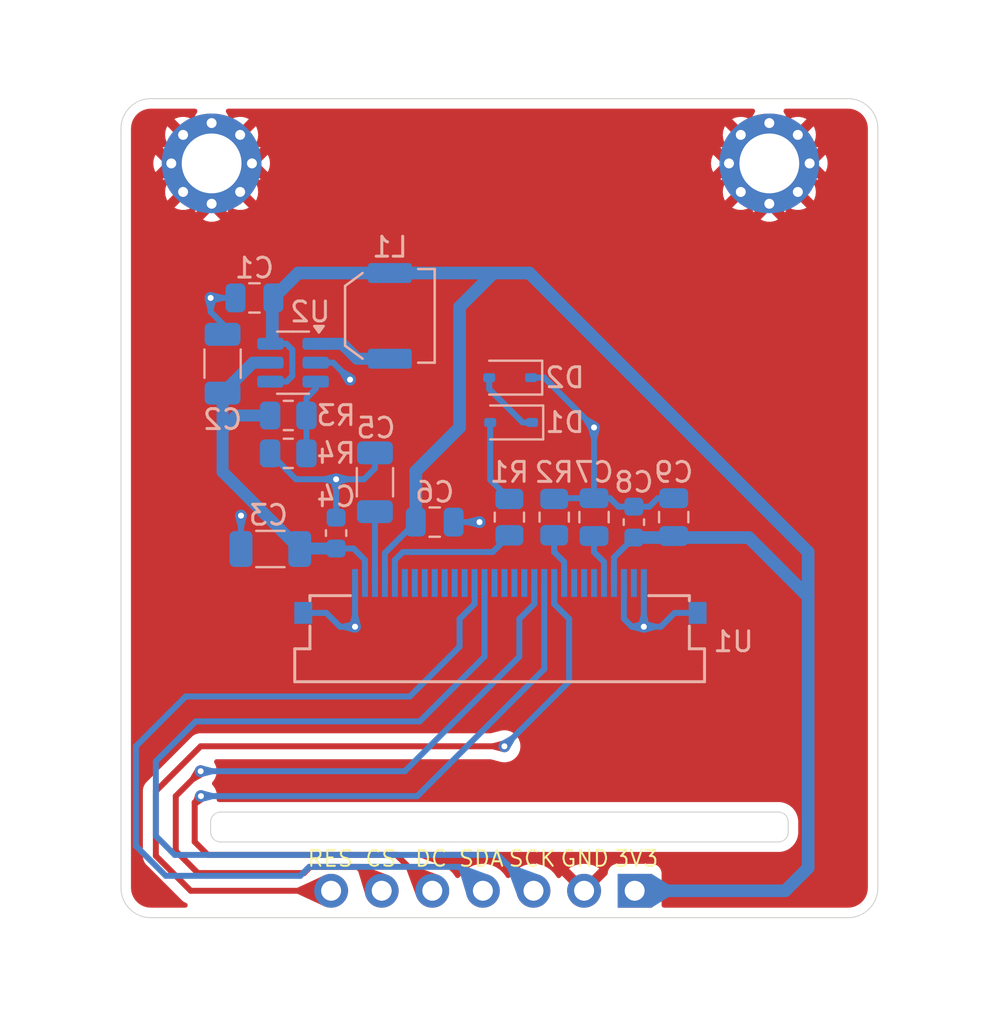
<source format=kicad_pcb>
(kicad_pcb (version 20240108) (generator "pcbnew") (generator_version "8.0")
  (layers (0 "F.Cu" signal) (31 "B.Cu" signal) (34 "B.Paste" user) (35 "F.Paste" user) (36 "B.SilkS" user "B.Silkscreen") (37 "F.SilkS" user "F.Silkscreen") (38 "B.Mask" user) (39 "F.Mask" user) (44 "Edge.Cuts" user))
  (net 0 "")
  (net 1 "/+13V")
  (net 2 "GND")
  (net 3 "Net-(U2-FB)")
  (net 4 "Net-(D1-A)")
  (net 5 "Net-(D1-K)")
  (net 6 "/CS#")
  (net 7 "/D1{slash}MOSI")
  (net 8 "/DO{slash}SCK")
  (net 9 "/RES#")
  (net 10 "/D{slash}C#")
  (net 11 "Net-(U1-VSL)")
  (net 12 "Net-(U1-IREF)")
  (net 28 "/+3V3")
  (net 29 "Net-(C5-P$1)")
  (net 30 "Net-(C7-P$1)")
  (net 31 "Net-(U2-SW)")
  (footprint "SSD1351:PinHeader_1x07_P2.54mm_Vertical" (layer "F.Cu") (at 128.29 75.75 -90)
    (property "Reference" "J1" (hide yes))
    (property "Value" "Conn_01x07" (hide yes))
    (pad "1" thru_hole rect (at 0 0 270) (size 1.7 1.7) (drill 1) (layers "*.Cu" "*.Mask") (net 28 "/+3V3"))
    (pad "2" thru_hole oval (at 0 2.54 270) (size 1.7 1.7) (drill 1) (layers "*.Cu" "*.Mask") (net 2 "GND"))
    (pad "3" thru_hole oval (at 0 5.08 270) (size 1.7 1.7) (drill 1) (layers "*.Cu" "*.Mask") (net 8 "/DO{slash}SCK"))
    (pad "4" thru_hole oval (at 0 7.62 270) (size 1.7 1.7) (drill 1) (layers "*.Cu" "*.Mask") (net 7 "/D1{slash}MOSI"))
    (pad "5" thru_hole oval (at 0 10.16 270) (size 1.7 1.7) (drill 1) (layers "*.Cu" "*.Mask") (net 10 "/D{slash}C#"))
    (pad "6" thru_hole oval (at 0 12.7 270) (size 1.7 1.7) (drill 1) (layers "*.Cu" "*.Mask") (net 6 "/CS#"))
    (pad "7" thru_hole oval (at 0 15.24 270) (size 1.7 1.7) (drill 1) (layers "*.Cu" "*.Mask") (net 9 "/RES#"))
  )
  (footprint "SSD1351:MountingHole_3mm_Pad_Via" (layer "F.Cu") (at 107.05 39.25)
    (property "Reference" "REF**" (hide yes))
    (property "Value" "MountingHole_3mm_Pad_Via")
    (pad "1" thru_hole circle (at -2.025 0) (size 0.8 0.8) (drill 0.5) (layers "*.Cu" "*.Mask") (net 2 "GND"))
    (pad "1" thru_hole circle (at -1.431891 -1.431891) (size 0.8 0.8) (drill 0.5) (layers "*.Cu" "*.Mask") (net 2 "GND"))
    (pad "1" thru_hole circle (at -1.431891 1.431891) (size 0.8 0.8) (drill 0.5) (layers "*.Cu" "*.Mask") (net 2 "GND"))
    (pad "1" thru_hole circle (at 0 -2.025) (size 0.8 0.8) (drill 0.5) (layers "*.Cu" "*.Mask") (net 2 "GND"))
    (pad "1" thru_hole circle (at 0 0) (size 5 5) (drill 3) (layers "*.Cu" "*.Mask") (net 2 "GND"))
    (pad "1" thru_hole circle (at 0 2.025) (size 0.8 0.8) (drill 0.5) (layers "*.Cu" "*.Mask") (net 2 "GND"))
    (pad "1" thru_hole circle (at 1.431891 -1.431891) (size 0.8 0.8) (drill 0.5) (layers "*.Cu" "*.Mask") (net 2 "GND"))
    (pad "1" thru_hole circle (at 1.431891 1.431891) (size 0.8 0.8) (drill 0.5) (layers "*.Cu" "*.Mask") (net 2 "GND"))
    (pad "1" thru_hole circle (at 2.025 0) (size 0.8 0.8) (drill 0.5) (layers "*.Cu" "*.Mask") (net 2 "GND"))
  )
  (footprint "SSD1351:MountingHole_3mm_Pad_Via" (layer "F.Cu") (at 135.05 39.25)
    (property "Reference" "REF**" (hide yes))
    (property "Value" "MountingHole_3mm_Pad_Via")
    (pad "1" thru_hole circle (at -2.025 0) (size 0.8 0.8) (drill 0.5) (layers "*.Cu" "*.Mask") (net 2 "GND"))
    (pad "1" thru_hole circle (at -1.431891 -1.431891) (size 0.8 0.8) (drill 0.5) (layers "*.Cu" "*.Mask") (net 2 "GND"))
    (pad "1" thru_hole circle (at -1.431891 1.431891) (size 0.8 0.8) (drill 0.5) (layers "*.Cu" "*.Mask") (net 2 "GND"))
    (pad "1" thru_hole circle (at 0 -2.025) (size 0.8 0.8) (drill 0.5) (layers "*.Cu" "*.Mask") (net 2 "GND"))
    (pad "1" thru_hole circle (at 0 0) (size 5 5) (drill 3) (layers "*.Cu" "*.Mask") (net 2 "GND"))
    (pad "1" thru_hole circle (at 0 2.025) (size 0.8 0.8) (drill 0.5) (layers "*.Cu" "*.Mask") (net 2 "GND"))
    (pad "1" thru_hole circle (at 1.431891 -1.431891) (size 0.8 0.8) (drill 0.5) (layers "*.Cu" "*.Mask") (net 2 "GND"))
    (pad "1" thru_hole circle (at 1.431891 1.431891) (size 0.8 0.8) (drill 0.5) (layers "*.Cu" "*.Mask") (net 2 "GND"))
    (pad "1" thru_hole circle (at 2.025 0) (size 0.8 0.8) (drill 0.5) (layers "*.Cu" "*.Mask") (net 2 "GND"))
  )
  (footprint "Capacitor_SMD:C_0603_1608Metric" (layer "B.Cu") (at 128.25 57.25 90)
    (property "Reference" "C8" (at 2 0 180) (layer "B.SilkS") (effects (justify mirror)))
    (property "Value" "0.1uF")
    (fp_line (start 0.14058 -0.51) (end -0.14058 -0.51) (stroke (width 0.12)) (layer "B.SilkS"))
    (fp_line (start 0.14058 0.51) (end -0.14058 0.51) (stroke (width 0.12)) (layer "B.SilkS"))
    (pad "1" smd roundrect (at -0.775 0 90) (size 0.9 0.95) (layers "B.Cu" "B.Paste" "B.Mask") (net 28 "/+3V3"))
    (pad "2" smd roundrect (at 0.775 0 90) (size 0.9 0.95) (layers "B.Cu" "B.Paste" "B.Mask") (net 2 "GND"))
  )
  (footprint "Package_TO_SOT_SMD:SOT-23-6" (layer "B.Cu") (at 111.1375 49.25 180)
    (property "Reference" "U2" (at -0.8625 2.55 0) (layer "B.SilkS") (effects (justify mirror)))
    (property "Value" "TLV61046ADBVT")
    (fp_line (start 0.8 1.56) (end 0 1.56) (stroke (width 0.12)) (layer "B.SilkS"))
    (fp_line (start 0.8 -1.56) (end 0 -1.56) (stroke (width 0.12)) (layer "B.SilkS"))
    (fp_line (start -0.8 1.56) (end 0 1.56) (stroke (width 0.12)) (layer "B.SilkS"))
    (fp_line (start -0.8 -1.56) (end 0 -1.56) (stroke (width 0.12)) (layer "B.SilkS"))
    (fp_poly (pts (xy -1.3 1.51) (xy -1.54 1.84) (xy -1.06 1.84) (xy -1.3 1.51)) (stroke (width 0.12)) (fill solid) (layer "B.SilkS"))
    (pad "1" smd roundrect (at -1.1375 0.95 180) (size 1.325 0.6) (layers "B.Cu" "B.Paste" "B.Mask") (net 31 "Net-(U2-SW)"))
    (pad "2" smd roundrect (at -1.1375 0 180) (size 1.325 0.6) (layers "B.Cu" "B.Paste" "B.Mask") (net 2 "GND"))
    (pad "3" smd roundrect (at -1.1375 -0.95 180) (size 1.325 0.6) (layers "B.Cu" "B.Paste" "B.Mask") (net 3 "Net-(U2-FB)"))
    (pad "4" smd roundrect (at 1.1375 -0.95 180) (size 1.325 0.6) (layers "B.Cu" "B.Paste" "B.Mask") (net 28 "/+3V3"))
    (pad "5" smd roundrect (at 1.1375 0 180) (size 1.325 0.6) (layers "B.Cu" "B.Paste" "B.Mask") (net 1 "/+13V"))
    (pad "6" smd roundrect (at 1.1375 0.95 180) (size 1.325 0.6) (layers "B.Cu" "B.Paste" "B.Mask") (net 28 "/+3V3"))
  )
  (footprint "Resistor_SMD:R_0805_2012Metric" (layer "B.Cu") (at 124.25 57 -90)
    (property "Reference" "R2" (at -2.25 0 0) (layer "B.SilkS") (effects (justify mirror)))
    (property "Value" "ERJ-PB6B5623V")
    (fp_line (start 0.227064 0.735) (end -0.227064 0.735) (stroke (width 0.12)) (layer "B.SilkS"))
    (fp_line (start 0.227064 -0.735) (end -0.227064 -0.735) (stroke (width 0.12)) (layer "B.SilkS"))
    (pad "1" smd roundrect (at -0.9125 0 270) (size 1.025 1.4) (layers "B.Cu" "B.Paste" "B.Mask") (roundrect_rratio 0.243902) (net 2 "GND"))
    (pad "2" smd roundrect (at 0.9125 0 270) (size 1.025 1.4) (layers "B.Cu" "B.Paste" "B.Mask") (roundrect_rratio 0.243902) (net 12 "Net-(U1-IREF)"))
  )
  (footprint "Capacitor_SMD:C_0805_2012Metric" (layer "B.Cu") (at 126.25 57 90)
    (property "Reference" "C7" (at 2.25 0 180) (layer "B.SilkS") (effects (justify mirror)))
    (property "Value" "1uF")
    (fp_line (start 0.261252 -0.735) (end -0.261252 -0.735) (stroke (width 0.12)) (layer "B.SilkS"))
    (fp_line (start 0.261252 0.735) (end -0.261252 0.735) (stroke (width 0.12)) (layer "B.SilkS"))
    (pad "1" smd roundrect (at -0.95 0 90) (size 1 1.45) (layers "B.Cu" "B.Paste" "B.Mask") (net 30 "Net-(C7-P$1)"))
    (pad "2" smd roundrect (at 0.95 0 90) (size 1 1.45) (layers "B.Cu" "B.Paste" "B.Mask") (net 2 "GND"))
  )
  (footprint "Capacitor_SMD:C_0603_1608Metric" (layer "B.Cu") (at 113.3 57.8 -90)
    (property "Reference" "C4" (at -1.825 0 0) (layer "B.SilkS") (effects (justify mirror)))
    (property "Value" "0.1uF")
    (fp_line (start 0.14058 0.51) (end -0.14058 0.51) (stroke (width 0.12)) (layer "B.SilkS"))
    (fp_line (start 0.14058 -0.51) (end -0.14058 -0.51) (stroke (width 0.12)) (layer "B.SilkS"))
    (pad "1" smd roundrect (at -0.775 0 270) (size 0.9 0.95) (layers "B.Cu" "B.Paste" "B.Mask") (net 2 "GND"))
    (pad "2" smd roundrect (at 0.775 0 270) (size 0.9 0.95) (layers "B.Cu" "B.Paste" "B.Mask") (net 1 "/+13V"))
  )
  (footprint "Diode_SMD:D_SOD-323" (layer "B.Cu") (at 122.0875 52.25 180)
    (property "Reference" "D1" (at -2.7 0 0) (layer "B.SilkS") (effects (justify mirror)))
    (property "Value" "1N4148")
    (fp_line (start 1.05 0.85) (end -1.61 0.85) (stroke (width 0.12)) (layer "B.SilkS"))
    (fp_line (start 1.05 -0.85) (end -1.61 -0.85) (stroke (width 0.12)) (layer "B.SilkS"))
    (fp_line (start -1.61 -0.85) (end -1.61 0.85) (stroke (width 0.12)) (layer "B.SilkS"))
    (pad "1" smd roundrect (at -1.05 0 180) (size 0.6 0.45) (layers "B.Cu" "B.Paste" "B.Mask") (net 5 "Net-(D1-K)"))
    (pad "2" smd roundrect (at 1.05 0 180) (size 0.6 0.45) (layers "B.Cu" "B.Paste" "B.Mask") (net 4 "Net-(D1-A)"))
  )
  (footprint "SSD1351:CONNECTORS_FPC_SFV30R_4STBE1HLF" (layer "B.Cu") (at 121.765 63.1 180)
    (property "Reference" "U1" (at -11.485 -0.15 0) (layer "B.SilkS") (effects (justify mirror)))
    (property "Value" "SFV30R-4STBE1HLF")
    (fp_line (start 10.541 -0.508) (end 10.541 -0.508) (stroke (width 0.15)) (layer "B.SilkS"))
    (fp_line (start 10.541 -0.508) (end 9.779 -0.508) (stroke (width 0.15)) (layer "B.SilkS"))
    (fp_line (start 10.541 -2.159) (end 10.541 -0.508) (stroke (width 0.15)) (layer "B.SilkS"))
    (fp_line (start 10.541 -2.159) (end 10.541 -2.159) (stroke (width 0.15)) (layer "B.SilkS"))
    (fp_line (start 10.541 -2.159) (end -10.033 -2.159) (stroke (width 0.15)) (layer "B.SilkS"))
    (fp_line (start 9.779 2.159) (end 9.779 2.159) (stroke (width 0.15)) (layer "B.SilkS"))
    (fp_line (start 9.779 2.159) (end 7.747 2.159) (stroke (width 0.15)) (layer "B.SilkS"))
    (fp_line (start 9.779 2.032) (end 9.779 2.159) (stroke (width 0.15)) (layer "B.SilkS"))
    (fp_line (start 9.779 2.032) (end 9.779 2.032) (stroke (width 0.15)) (layer "B.SilkS"))
    (fp_line (start 9.779 2.032) (end 9.779 2.032) (stroke (width 0.15)) (layer "B.SilkS"))
    (fp_line (start 9.779 2.032) (end 9.779 1.905) (stroke (width 0.15)) (layer "B.SilkS"))
    (fp_line (start 9.779 -0.508) (end 9.779 0.635) (stroke (width 0.15)) (layer "B.SilkS"))
    (fp_line (start 9.779 -0.508) (end 9.779 -0.508) (stroke (width 0.15)) (layer "B.SilkS"))
    (fp_line (start -7.239 2.159) (end -7.239 2.159) (stroke (width 0.15)) (layer "B.SilkS"))
    (fp_line (start -7.239 2.159) (end -7.239 2.159) (stroke (width 0.15)) (layer "B.SilkS"))
    (fp_line (start -7.239 2.159) (end -9.271 2.159) (stroke (width 0.15)) (layer "B.SilkS"))
    (fp_line (start -9.271 2.159) (end -9.271 1.905) (stroke (width 0.15)) (layer "B.SilkS"))
    (fp_line (start -9.271 -0.508) (end -9.271 0.635) (stroke (width 0.15)) (layer "B.SilkS"))
    (fp_line (start -9.271 -0.508) (end -9.271 -0.508) (stroke (width 0.15)) (layer "B.SilkS"))
    (fp_line (start -10.033 -0.508) (end -9.271 -0.508) (stroke (width 0.15)) (layer "B.SilkS"))
    (fp_line (start -10.033 -1.397) (end -10.033 -0.508) (stroke (width 0.15)) (layer "B.SilkS"))
    (fp_line (start -10.033 -1.397) (end -10.033 -1.397) (stroke (width 0.15)) (layer "B.SilkS"))
    (fp_line (start -10.033 -1.397) (end -10.033 -1.397) (stroke (width 0.15)) (layer "B.SilkS"))
    (fp_line (start -10.033 -1.397) (end -10.033 -2.159) (stroke (width 0.15)) (layer "B.SilkS"))
    (pad "" smd rect (at -9.685 1.294 180) (size 0.9 1.1) (layers "B.Cu" "B.Paste" "B.Mask") (net 2 "GND"))
    (pad "" smd rect (at 10.115 1.294 180) (size 0.9 1.1) (layers "B.Cu" "B.Paste" "B.Mask") (net 2 "GND"))
    (pad "1" smd rect (at 7.515 2.794 180) (size 0.3 1.4) (layers "B.Cu" "B.Paste" "B.Mask") (net 2 "GND"))
    (pad "2" smd rect (at 7.015 2.794 180) (size 0.3 1.4) (layers "B.Cu" "B.Paste" "B.Mask") (net 1 "/+13V"))
    (pad "3" smd rect (at 6.515 2.794 180) (size 0.3 1.4) (layers "B.Cu" "B.Paste" "B.Mask") (net 29 "Net-(C5-P$1)"))
    (pad "4" smd rect (at 6.015 2.794 180) (size 0.3 1.4) (layers "B.Cu" "B.Paste" "B.Mask") (net 28 "/+3V3"))
    (pad "5" smd rect (at 5.515 2.794 180) (size 0.3 1.4) (layers "B.Cu" "B.Paste" "B.Mask") (net 11 "Net-(U1-VSL)"))
    (pad "6" smd rect (at 5.015 2.794 180) (size 0.3 1.4) (layers "B.Cu" "B.Paste" "B.Mask"))
    (pad "7" smd rect (at 4.515 2.794 180) (size 0.3 1.4) (layers "B.Cu" "B.Paste" "B.Mask"))
    (pad "8" smd rect (at 4.015 2.794 180) (size 0.3 1.4) (layers "B.Cu" "B.Paste" "B.Mask"))
    (pad "9" smd rect (at 3.515 2.794 180) (size 0.3 1.4) (layers "B.Cu" "B.Paste" "B.Mask"))
    (pad "10" smd rect (at 3.015 2.794 180) (size 0.3 1.4) (layers "B.Cu" "B.Paste" "B.Mask"))
    (pad "11" smd rect (at 2.515 2.794 180) (size 0.3 1.4) (layers "B.Cu" "B.Paste" "B.Mask"))
    (pad "12" smd rect (at 2.015 2.794 180) (size 0.3 1.4) (layers "B.Cu" "B.Paste" "B.Mask"))
    (pad "13" smd rect (at 1.515 2.794 180) (size 0.3 1.4) (layers "B.Cu" "B.Paste" "B.Mask") (net 7 "/D1{slash}MOSI"))
    (pad "14" smd rect (at 1.015 2.794 180) (size 0.3 1.4) (layers "B.Cu" "B.Paste" "B.Mask") (net 8 "/DO{slash}SCK"))
    (pad "15" smd rect (at 0.515 2.794 180) (size 0.3 1.4) (layers "B.Cu" "B.Paste" "B.Mask"))
    (pad "16" smd rect (at 0.015 2.794 180) (size 0.3 1.4) (layers "B.Cu" "B.Paste" "B.Mask"))
    (pad "17" smd rect (at -0.485 2.794 180) (size 0.3 1.4) (layers "B.Cu" "B.Paste" "B.Mask"))
    (pad "18" smd rect (at -0.985 2.794 180) (size 0.3 1.4) (layers "B.Cu" "B.Paste" "B.Mask"))
    (pad "19" smd rect (at -1.485 2.794 180) (size 0.3 1.4) (layers "B.Cu" "B.Paste" "B.Mask") (net 6 "/CS#"))
    (pad "20" smd rect (at -1.985 2.794 180) (size 0.3 1.4) (layers "B.Cu" "B.Paste" "B.Mask") (net 10 "/D{slash}C#"))
    (pad "21" smd rect (at -2.485 2.794 180) (size 0.3 1.4) (layers "B.Cu" "B.Paste" "B.Mask") (net 9 "/RES#"))
    (pad "22" smd rect (at -2.985 2.794 180) (size 0.3 1.4) (layers "B.Cu" "B.Paste" "B.Mask") (net 12 "Net-(U1-IREF)"))
    (pad "23" smd rect (at -3.485 2.794 180) (size 0.3 1.4) (layers "B.Cu" "B.Paste" "B.Mask"))
    (pad "24" smd rect (at -3.985 2.794 180) (size 0.3 1.4) (layers "B.Cu" "B.Paste" "B.Mask"))
    (pad "25" smd rect (at -4.485 2.794 180) (size 0.3 1.4) (layers "B.Cu" "B.Paste" "B.Mask"))
    (pad "26" smd rect (at -4.985 2.794 180) (size 0.3 1.4) (layers "B.Cu" "B.Paste" "B.Mask") (net 30 "Net-(C7-P$1)"))
    (pad "27" smd rect (at -5.485 2.794 180) (size 0.3 1.4) (layers "B.Cu" "B.Paste" "B.Mask") (net 28 "/+3V3"))
    (pad "28" smd rect (at -5.985 2.794 180) (size 0.3 1.4) (layers "B.Cu" "B.Paste" "B.Mask") (net 2 "GND"))
    (pad "29" smd rect (at -6.485 2.794 180) (size 0.3 1.4) (layers "B.Cu" "B.Paste" "B.Mask"))
    (pad "30" smd rect (at -6.985 2.794 180) (size 0.3 1.4) (layers "B.Cu" "B.Paste" "B.Mask") (net 2 "GND"))
  )
  (footprint "Resistor_SMD:R_0805_2012Metric" (layer "B.Cu") (at 110.9 51.9 180)
    (property "Reference" "R3" (at -2.4 0 0) (layer "B.SilkS") (effects (justify mirror)))
    (property "Value" "806K")
    (fp_line (start 0.227064 0.735) (end -0.227064 0.735) (stroke (width 0.12)) (layer "B.SilkS"))
    (fp_line (start 0.227064 -0.735) (end -0.227064 -0.735) (stroke (width 0.12)) (layer "B.SilkS"))
    (pad "1" smd roundrect (at -0.9125 0 180) (size 1.025 1.4) (layers "B.Cu" "B.Paste" "B.Mask") (roundrect_rratio 0.243902) (net 3 "Net-(U2-FB)"))
    (pad "2" smd roundrect (at 0.9125 0 180) (size 1.025 1.4) (layers "B.Cu" "B.Paste" "B.Mask") (roundrect_rratio 0.243902) (net 1 "/+13V"))
  )
  (footprint "Capacitor_SMD:C_1206_3216Metric" (layer "B.Cu") (at 110 58.6)
    (property "Reference" "C3" (at -0.1 -1.7 0) (layer "B.SilkS") (effects (justify mirror)))
    (property "Value" "4.7uF")
    (fp_line (start 0.711252 -0.91) (end -0.711252 -0.91) (stroke (width 0.12)) (layer "B.SilkS"))
    (fp_line (start 0.711252 0.91) (end -0.711252 0.91) (stroke (width 0.12)) (layer "B.SilkS"))
    (pad "1" smd roundrect (at -1.475 0) (size 1.15 1.8) (layers "B.Cu" "B.Paste" "B.Mask") (roundrect_rratio 0.217391) (net 2 "GND"))
    (pad "2" smd roundrect (at 1.475 0) (size 1.15 1.8) (layers "B.Cu" "B.Paste" "B.Mask") (roundrect_rratio 0.217391) (net 1 "/+13V"))
  )
  (footprint "Diode_SMD:D_SOD-323" (layer "B.Cu") (at 122.0375 50 180)
    (property "Reference" "D2" (at -2.75 0 0) (layer "B.SilkS") (effects (justify mirror)))
    (property "Value" "1N4148")
    (fp_line (start 1.05 0.85) (end -1.61 0.85) (stroke (width 0.12)) (layer "B.SilkS"))
    (fp_line (start 1.05 -0.85) (end -1.61 -0.85) (stroke (width 0.12)) (layer "B.SilkS"))
    (fp_line (start -1.61 -0.85) (end -1.61 0.85) (stroke (width 0.12)) (layer "B.SilkS"))
    (pad "1" smd roundrect (at -1.05 0 180) (size 0.6 0.45) (layers "B.Cu" "B.Paste" "B.Mask") (net 2 "GND"))
    (pad "2" smd roundrect (at 1.05 0 180) (size 0.6 0.45) (layers "B.Cu" "B.Paste" "B.Mask") (net 5 "Net-(D1-K)"))
  )
  (footprint "Capacitor_SMD:C_0805_2012Metric" (layer "B.Cu") (at 109.2 46 180)
    (property "Reference" "C1" (at 0 1.5 0) (layer "B.SilkS") (effects (justify mirror)))
    (property "Value" "4.7uF")
    (fp_line (start 0.261252 0.735) (end -0.261252 0.735) (stroke (width 0.12)) (layer "B.SilkS"))
    (fp_line (start 0.261252 -0.735) (end -0.261252 -0.735) (stroke (width 0.12)) (layer "B.SilkS"))
    (pad "1" smd roundrect (at -0.95 0 180) (size 1 1.45) (layers "B.Cu" "B.Paste" "B.Mask") (net 28 "/+3V3"))
    (pad "2" smd roundrect (at 0.95 0 180) (size 1 1.45) (layers "B.Cu" "B.Paste" "B.Mask") (net 2 "GND"))
  )
  (footprint "Capacitor_SMD:C_1206_3216Metric" (layer "B.Cu") (at 115.25 55.25 90)
    (property "Reference" "C5" (at 2.725 0.05 180) (layer "B.SilkS") (effects (justify mirror)))
    (property "Value" "4.7uF")
    (fp_line (start 0.711252 -0.91) (end -0.711252 -0.91) (stroke (width 0.12)) (layer "B.SilkS"))
    (fp_line (start 0.711252 0.91) (end -0.711252 0.91) (stroke (width 0.12)) (layer "B.SilkS"))
    (pad "1" smd roundrect (at -1.475 0 90) (size 1.15 1.8) (layers "B.Cu" "B.Paste" "B.Mask") (roundrect_rratio 0.217391) (net 29 "Net-(C5-P$1)"))
    (pad "2" smd roundrect (at 1.475 0 90) (size 1.15 1.8) (layers "B.Cu" "B.Paste" "B.Mask") (roundrect_rratio 0.217391) (net 2 "GND"))
  )
  (footprint "Capacitor_SMD:C_0805_2012Metric" (layer "B.Cu") (at 118.25 57.25)
    (property "Reference" "C6" (at 0 -1.5 180) (layer "B.SilkS") (effects (justify mirror)))
    (property "Value" "1uF")
    (fp_line (start 0.261252 -0.735) (end -0.261252 -0.735) (stroke (width 0.12)) (layer "B.SilkS"))
    (fp_line (start 0.261252 0.735) (end -0.261252 0.735) (stroke (width 0.12)) (layer "B.SilkS"))
    (pad "1" smd roundrect (at -0.95 0) (size 1 1.45) (layers "B.Cu" "B.Paste" "B.Mask") (net 28 "/+3V3"))
    (pad "2" smd roundrect (at 0.95 0) (size 1 1.45) (layers "B.Cu" "B.Paste" "B.Mask") (net 2 "GND"))
  )
  (footprint "SSD1351:IND_1235AS-H-100M=P3" (layer "B.Cu") (at 116 46.9 -90)
    (property "Reference" "L1" (at -3.45 0 0) (layer "B.SilkS") (effects (justify mirror)))
    (property "Value" "1235AS-H-100M=P3")
    (fp_line (start -1.5 2.25) (end -2.15 1.37) (stroke (width 0.127)) (layer "B.SilkS"))
    (fp_line (start 1.5 2.25) (end -1.5 2.25) (stroke (width 0.127)) (layer "B.SilkS"))
    (fp_line (start 2.15 1.37) (end 1.5 2.25) (stroke (width 0.127)) (layer "B.SilkS"))
    (fp_line (start -2.35 -1.42) (end -2.35 -2.25) (stroke (width 0.127)) (layer "B.SilkS"))
    (fp_line (start 2.35 -1.42) (end 2.35 -2.25) (stroke (width 0.127)) (layer "B.SilkS"))
    (fp_line (start -2.35 -2.25) (end 2.35 -2.25) (stroke (width 0.127)) (layer "B.SilkS"))
    (pad "1" smd roundrect (at -2.15 0 270) (size 1 2.2) (layers "B.Cu" "B.Paste" "B.Mask") (roundrect_rratio 0.15) (net 28 "/+3V3"))
    (pad "2" smd roundrect (at 2.15 0 270) (size 1 2.2) (layers "B.Cu" "B.Paste" "B.Mask") (roundrect_rratio 0.15) (net 31 "Net-(U2-SW)"))
  )
  (footprint "Resistor_SMD:R_0805_2012Metric" (layer "B.Cu") (at 110.9 53.8)
    (property "Reference" "R4" (at 2.4 0 0) (layer "B.SilkS") (effects (justify mirror)))
    (property "Value" "52.3K")
    (fp_line (start 0.227064 -0.735) (end -0.227064 -0.735) (stroke (width 0.12)) (layer "B.SilkS"))
    (fp_line (start 0.227064 0.735) (end -0.227064 0.735) (stroke (width 0.12)) (layer "B.SilkS"))
    (pad "1" smd roundrect (at -0.9125 0) (size 1.025 1.4) (layers "B.Cu" "B.Paste" "B.Mask") (roundrect_rratio 0.243902) (net 2 "GND"))
    (pad "2" smd roundrect (at 0.9125 0) (size 1.025 1.4) (layers "B.Cu" "B.Paste" "B.Mask") (roundrect_rratio 0.243902) (net 3 "Net-(U2-FB)"))
  )
  (footprint "Resistor_SMD:R_0805_2012Metric" (layer "B.Cu") (at 122 57 -90)
    (property "Reference" "R1" (at -2.25 0 0) (layer "B.SilkS") (effects (justify mirror)))
    (property "Value" "CRCW080550R0FKTA")
    (fp_line (start 0.227064 0.735) (end -0.227064 0.735) (stroke (width 0.12)) (layer "B.SilkS"))
    (fp_line (start 0.227064 -0.735) (end -0.227064 -0.735) (stroke (width 0.12)) (layer "B.SilkS"))
    (pad "1" smd roundrect (at -0.9125 0 270) (size 1.025 1.4) (layers "B.Cu" "B.Paste" "B.Mask") (roundrect_rratio 0.243902) (net 4 "Net-(D1-A)"))
    (pad "2" smd roundrect (at 0.9125 0 270) (size 1.025 1.4) (layers "B.Cu" "B.Paste" "B.Mask") (roundrect_rratio 0.243902) (net 11 "Net-(U1-VSL)"))
  )
  (footprint "Capacitor_SMD:C_1206_3216Metric" (layer "B.Cu") (at 107.6 49.3 90)
    (property "Reference" "C2" (at -2.8 0 0) (layer "B.SilkS") (effects (justify mirror)))
    (property "Value" "4.7uF")
    (fp_line (start 0.711252 -0.91) (end -0.711252 -0.91) (stroke (width 0.12)) (layer "B.SilkS"))
    (fp_line (start 0.711252 0.91) (end -0.711252 0.91) (stroke (width 0.12)) (layer "B.SilkS"))
    (pad "1" smd roundrect (at -1.475 0 90) (size 1.15 1.8) (layers "B.Cu" "B.Paste" "B.Mask") (roundrect_rratio 0.217391) (net 1 "/+13V"))
    (pad "2" smd roundrect (at 1.475 0 90) (size 1.15 1.8) (layers "B.Cu" "B.Paste" "B.Mask") (roundrect_rratio 0.217391) (net 2 "GND"))
  )
  (footprint "Capacitor_SMD:C_0805_2012Metric" (layer "B.Cu") (at 130.25 57 90)
    (property "Reference" "C9" (at 2.25 0 180) (layer "B.SilkS") (effects (justify mirror)))
    (property "Value" "4.7uF")
    (fp_line (start 0.261252 -0.735) (end -0.261252 -0.735) (stroke (width 0.12)) (layer "B.SilkS"))
    (fp_line (start 0.261252 0.735) (end -0.261252 0.735) (stroke (width 0.12)) (layer "B.SilkS"))
    (pad "1" smd roundrect (at -0.95 0 90) (size 1 1.45) (layers "B.Cu" "B.Paste" "B.Mask") (net 28 "/+3V3"))
    (pad "2" smd roundrect (at 0.95 0 90) (size 1 1.45) (layers "B.Cu" "B.Paste" "B.Mask") (net 2 "GND"))
  )
  (gr_line (start 102.5 75.600001) (end 102.5 37.5) (stroke (width 0.05)) (layer "Edge.Cuts"))
  (gr_arc (start 107.5 73.300001) (mid 107.146447 73.153554) (end 107 72.800001) (stroke (width 0.05)) (layer "Edge.Cuts"))
  (gr_arc (start 102.5 37.5) (mid 102.93934 36.43934) (end 104 36) (stroke (width 0.05)) (layer "Edge.Cuts"))
  (gr_arc (start 107 72.299999) (mid 107.146447 71.946446) (end 107.5 71.799999) (stroke (width 0.05)) (layer "Edge.Cuts"))
  (gr_arc (start 104 77.100001) (mid 102.939339 76.660661) (end 102.5 75.600001) (stroke (width 0.05)) (layer "Edge.Cuts"))
  (gr_line (start 136 72.8) (end 136 72.3) (stroke (width 0.05)) (layer "Edge.Cuts"))
  (gr_arc (start 139 36) (mid 140.06066 36.43934) (end 140.5 37.5) (stroke (width 0.05)) (layer "Edge.Cuts"))
  (gr_line (start 107.5 73.300001) (end 135.5 73.3) (stroke (width 0.05)) (layer "Edge.Cuts"))
  (gr_line (start 104 36) (end 139 36) (stroke (width 0.05)) (layer "Edge.Cuts"))
  (gr_line (start 107 72.3) (end 106.999999 72.800001) (stroke (width 0.05)) (layer "Edge.Cuts"))
  (gr_arc (start 135.5 71.8) (mid 135.853553 71.946447) (end 136 72.3) (stroke (width 0.05)) (layer "Edge.Cuts"))
  (gr_line (start 135.5 71.8) (end 107.5 71.799999) (stroke (width 0.05)) (layer "Edge.Cuts"))
  (gr_line (start 139 77.1) (end 104 77.100001) (stroke (width 0.05)) (layer "Edge.Cuts"))
  (gr_line (start 140.5 75.6) (end 140.5 37.5) (stroke (width 0.05)) (layer "Edge.Cuts"))
  (gr_arc (start 140.5 75.6) (mid 140.06066 76.66066) (end 139 77.1) (stroke (width 0.05)) (layer "Edge.Cuts"))
  (gr_arc (start 136 72.8) (mid 135.853553 73.153553) (end 135.5 73.3) (stroke (width 0.05)) (layer "Edge.Cuts"))
  (gr_text "SDA" (at 119.4 74.6 0) (layer "F.SilkS") (effects (font (size 0.8 0.8) (thickness 0.1)) (justify left bottom)))
  (gr_text "RES" (at 111.8 74.6 0) (layer "F.SilkS") (effects (font (size 0.8 0.8) (thickness 0.1)) (justify left bottom)))
  (gr_text "DC" (at 117.2 74.6 0) (layer "F.SilkS") (effects (font (size 0.8 0.8) (thickness 0.1)) (justify left bottom)))
  (gr_text "CS" (at 114.7 74.6 0) (layer "F.SilkS") (effects (font (size 0.8 0.8) (thickness 0.1)) (justify left bottom)))
  (gr_text "GND" (at 124.5 74.6 0) (layer "F.SilkS") (effects (font (size 0.8 0.8) (thickness 0.1)) (justify left bottom)))
  (gr_text "3V3" (at 127.2 74.6 0) (layer "F.SilkS") (effects (font (size 0.8 0.8) (thickness 0.1)) (justify left bottom)))
  (gr_text "SCK" (at 121.9 74.6 0) (layer "F.SilkS") (effects (font (size 0.8 0.8) (thickness 0.1)) (justify left bottom)))
  (segment (start 114.175 58.575) (end 114.75 59.15) (width 0.3) (layer "B.Cu") (net 1))
  (segment (start 107.6 50.775) (end 109.125 49.25) (width 0.6) (layer "B.Cu") (net 1))
  (segment (start 113.3 58.575) (end 114.175 58.575) (width 0.3) (layer "B.Cu") (net 1))
  (segment (start 111.5 58.575) (end 111.475 58.6) (width 0.6) (layer "B.Cu") (net 1))
  (segment (start 113.3 58.575) (end 111.5 58.575) (width 0.6) (layer "B.Cu") (net 1))
  (segment (start 111.475 58.6) (end 107.6 54.725) (width 0.6) (layer "B.Cu") (net 1))
  (segment (start 107.6 54.725) (end 107.6 50.775) (width 0.6) (layer "B.Cu") (net 1))
  (segment (start 108.3 51.9) (end 109.9875 51.9) (width 0.6) (layer "B.Cu") (net 1))
  (segment (start 107.6 52.6) (end 108.3 51.9) (width 0.6) (layer "B.Cu") (net 1))
  (segment (start 114.75 59.15) (end 114.75 60.306) (width 0.3) (layer "B.Cu") (net 1))
  (segment (start 109.125 49.25) (end 110 49.25) (width 0.6) (layer "B.Cu") (net 1))
  (via (at 126.25 52.5) (size 0.6) (drill 0.3) (layers "F.Cu" "B.Cu") (net 2))
  (via (at 107 46) (size 0.6) (drill 0.3) (layers "F.Cu" "B.Cu") (net 2))
  (via (at 128.75 62.5) (size 0.6) (drill 0.3) (layers "F.Cu" "B.Cu") (net 2))
  (via (at 114.25 62.5) (size 0.6) (drill 0.3) (layers "F.Cu" "B.Cu") (net 2))
  (via (at 113.3 55.1) (size 0.6) (drill 0.3) (layers "F.Cu" "B.Cu") (net 2))
  (via (at 108.525 56.925) (size 0.6) (drill 0.3) (layers "F.Cu" "B.Cu") (net 2))
  (via (at 120.5 57.25) (size 0.6) (drill 0.3) (layers "F.Cu" "B.Cu") (net 2))
  (via (at 114 50.1) (size 0.6) (drill 0.3) (layers "F.Cu" "B.Cu") (net 2))
  (segment (start 126.25 52.5) (end 123.75 50) (width 0.3) (layer "B.Cu") (net 2))
  (segment (start 114.7 55.1) (end 115.25 54.55) (width 0.3) (layer "B.Cu") (net 2))
  (segment (start 127.75 62.1) (end 128.15 62.5) (width 0.3) (layer "B.Cu") (net 2))
  (segment (start 130.294 61.806) (end 131.45 61.806) (width 0.3) (layer "B.Cu") (net 2))
  (segment (start 113.3 55.1) (end 113.3 57.025) (width 0.3) (layer "B.Cu") (net 2))
  (segment (start 113.5 62.5) (end 112.806 61.806) (width 0.3) (layer "B.Cu") (net 2))
  (segment (start 107.6 47.3) (end 107.6 47.825) (width 0.3) (layer "B.Cu") (net 2))
  (segment (start 111.2875 55.1) (end 109.9875 53.8) (width 0.3) (layer "B.Cu") (net 2))
  (segment (start 112.806 61.806) (end 111.65 61.806) (width 0.3) (layer "B.Cu") (net 2))
  (segment (start 114 50.1) (end 113.15 49.25) (width 0.3) (layer "B.Cu") (net 2))
  (segment (start 128.25 56.475) (end 129.025 56.475) (width 0.3) (layer "B.Cu") (net 2))
  (segment (start 113.3 55.1) (end 111.2875 55.1) (width 0.3) (layer "B.Cu") (net 2))
  (segment (start 128.75 60.306) (end 128.75 62.5) (width 0.3) (layer "B.Cu") (net 2))
  (segment (start 128.75 62.5) (end 129.6 62.5) (width 0.3) (layer "B.Cu") (net 2))
  (segment (start 128.25 56.475) (end 127.475 56.475) (width 0.3) (layer "B.Cu") (net 2))
  (segment (start 126.25 56.05) (end 126.25 52.5) (width 0.3) (layer "B.Cu") (net 2))
  (segment (start 127.05 56.05) (end 124.2875 56.05) (width 0.3) (layer "B.Cu") (net 2))
  (segment (start 107 46) (end 108.25 46) (width 0.3) (layer "B.Cu") (net 2))
  (segment (start 114.25 60.306) (end 114.25 62.5) (width 0.3) (layer "B.Cu") (net 2))
  (segment (start 115.25 54.55) (end 115.25 53.775) (width 0.3) (layer "B.Cu") (net 2))
  (segment (start 128.15 62.5) (end 128.75 62.5) (width 0.3) (layer "B.Cu") (net 2))
  (segment (start 124.2875 56.05) (end 124.25 56.0875) (width 0.3) (layer "B.Cu") (net 2))
  (segment (start 129.025 56.475) (end 129.45 56.05) (width 0.3) (layer "B.Cu") (net 2))
  (segment (start 123.75 50) (end 123.0875 50) (width 0.3) (layer "B.Cu") (net 2))
  (segment (start 129.6 62.5) (end 130.294 61.806) (width 0.3) (layer "B.Cu") (net 2))
  (segment (start 127.475 56.475) (end 127.05 56.05) (width 0.3) (layer "B.Cu") (net 2))
  (segment (start 107 46) (end 107 46.7) (width 0.3) (layer "B.Cu") (net 2))
  (segment (start 120.5 57.25) (end 119.2 57.25) (width 0.3) (layer "B.Cu") (net 2))
  (segment (start 113.15 49.25) (end 112.275 49.25) (width 0.3) (layer "B.Cu") (net 2))
  (segment (start 113.3 55.1) (end 114.7 55.1) (width 0.3) (layer "B.Cu") (net 2))
  (segment (start 129.45 56.05) (end 130.25 56.05) (width 0.3) (layer "B.Cu") (net 2))
  (segment (start 127.75 60.306) (end 127.75 62.1) (width 0.3) (layer "B.Cu") (net 2))
  (segment (start 114.25 62.5) (end 113.5 62.5) (width 0.3) (layer "B.Cu") (net 2))
  (segment (start 108.525 56.925) (end 108.525 58.6) (width 0.3) (layer "B.Cu") (net 2))
  (segment (start 107 46.7) (end 107.6 47.3) (width 0.3) (layer "B.Cu") (net 2))
  (segment (start 111.8125 51.025) (end 112.275 50.5625) (width 0.3) (layer "B.Cu") (net 3))
  (segment (start 112.275 50.5625) (end 112.275 50.2) (width 0.3) (layer "B.Cu") (net 3))
  (segment (start 111.8125 53.8) (end 111.8125 51.025) (width 0.3) (layer "B.Cu") (net 3))
  (segment (start 122 56.0875) (end 121.0375 55.125) (width 0.3) (layer "B.Cu") (net 4))
  (segment (start 121.0375 55.125) (end 121.0375 52.25) (width 0.3) (layer "B.Cu") (net 4))
  (segment (start 122.6625 52.25) (end 123.1375 52.25) (width 0.3) (layer "B.Cu") (net 5))
  (segment (start 120.9875 50) (end 120.9875 50.575) (width 0.3) (layer "B.Cu") (net 5))
  (segment (start 120.9875 50.575) (end 122.6625 52.25) (width 0.3) (layer "B.Cu") (net 5))
  (segment (start 105.25 73.75) (end 106.361675 74.861675) (width 0.3) (layer "F.Cu") (net 6))
  (segment (start 106.5 69.75) (end 105.25 71) (width 0.3) (layer "F.Cu") (net 6))
  (segment (start 111.688325 74.861675) (end 112 74.55) (width 0.3) (layer "F.Cu") (net 6))
  (segment (start 105.25 71) (end 105.25 73.75) (width 0.3) (layer "F.Cu") (net 6))
  (segment (start 114.39 74.55) (end 115.59 75.75) (width 0.3) (layer "F.Cu") (net 6))
  (segment (start 112 74.55) (end 114.39 74.55) (width 0.3) (layer "F.Cu") (net 6))
  (segment (start 106.361675 74.861675) (end 111.688325 74.861675) (width 0.3) (layer "F.Cu") (net 6))
  (via (at 106.5 69.75) (size 0.6) (drill 0.3) (layers "F.Cu" "B.Cu") (net 6))
  (segment (start 123.25 61.356) (end 123.25 60.306) (width 0.3) (layer "B.Cu") (net 6))
  (segment (start 116.75 69.75) (end 122.5 64) (width 0.3) (layer "B.Cu") (net 6))
  (segment (start 122.5 64) (end 122.5 62.106) (width 0.3) (layer "B.Cu") (net 6))
  (segment (start 122.5 62.106) (end 123.25 61.356) (width 0.3) (layer "B.Cu") (net 6))
  (segment (start 106.5 69.75) (end 116.75 69.75) (width 0.3) (layer "B.Cu") (net 6))
  (segment (start 103.25 68.5) (end 103.25 73.5) (width 0.3) (layer "B.Cu") (net 7))
  (segment (start 104.75 75) (end 111.5 75) (width 0.3) (layer "B.Cu") (net 7))
  (segment (start 120.25 60.306) (end 120.25 61.356) (width 0.3) (layer "B.Cu") (net 7))
  (segment (start 111.5 75) (end 111.95 74.55) (width 0.3) (layer "B.Cu") (net 7))
  (segment (start 117 66) (end 105.75 66) (width 0.3) (layer "B.Cu") (net 7))
  (segment (start 119.47 74.55) (end 120.67 75.75) (width 0.3) (layer "B.Cu") (net 7))
  (segment (start 119.5 63.5) (end 117 66) (width 0.3) (layer "B.Cu") (net 7))
  (segment (start 103.25 73.5) (end 104.75 75) (width 0.3) (layer "B.Cu") (net 7))
  (segment (start 119.5 62.106) (end 119.5 63.5) (width 0.3) (layer "B.Cu") (net 7))
  (segment (start 105.75 66) (end 103.25 68.5) (width 0.3) (layer "B.Cu") (net 7))
  (segment (start 111.95 74.55) (end 119.47 74.55) (width 0.3) (layer "B.Cu") (net 7))
  (segment (start 120.25 61.356) (end 119.5 62.106) (width 0.3) (layer "B.Cu") (net 7))
  (segment (start 120.75 64) (end 117.5 67.25) (width 0.3) (layer "B.Cu") (net 8))
  (segment (start 105.200001 73.950001) (end 121.410001 73.950001) (width 0.3) (layer "B.Cu") (net 8))
  (segment (start 106.25 67.25) (end 104.25 69.25) (width 0.3) (layer "B.Cu") (net 8))
  (segment (start 120.75 60.306) (end 120.75 64) (width 0.3) (layer "B.Cu") (net 8))
  (segment (start 117.5 67.25) (end 106.25 67.25) (width 0.3) (layer "B.Cu") (net 8))
  (segment (start 121.410001 73.950001) (end 123.21 75.75) (width 0.3) (layer "B.Cu") (net 8))
  (segment (start 104.25 69.25) (end 104.25 73) (width 0.3) (layer "B.Cu") (net 8))
  (segment (start 104.25 73) (end 105.200001 73.950001) (width 0.3) (layer "B.Cu") (net 8))
  (segment (start 104.25 74) (end 106 75.75) (width 0.3) (layer "F.Cu") (net 9))
  (segment (start 106 75.75) (end 113.05 75.75) (width 0.3) (layer "F.Cu") (net 9))
  (segment (start 104.25 70.75) (end 104.25 74) (width 0.3) (layer "F.Cu") (net 9))
  (segment (start 121.75 68.5) (end 106.5 68.5) (width 0.3) (layer "F.Cu") (net 9))
  (segment (start 106.5 68.5) (end 104.25 70.75) (width 0.3) (layer "F.Cu") (net 9))
  (via (at 121.75 68.5) (size 0.6) (drill 0.3) (layers "F.Cu" "B.Cu") (net 9))
  (segment (start 125 62.106) (end 124.25 61.356) (width 0.3) (layer "B.Cu") (net 9))
  (segment (start 125 65.25) (end 125 62.106) (width 0.3) (layer "B.Cu") (net 9))
  (segment (start 121.75 68.5) (end 125 65.25) (width 0.3) (layer "B.Cu") (net 9))
  (segment (start 124.25 61.356) (end 124.25 60.306) (width 0.3) (layer "B.Cu") (net 9))
  (segment (start 106.514212 71) (end 106.2 71.314212) (width 0.3) (layer "F.Cu") (net 10))
  (segment (start 106.2 73.292894) (end 106.857107 73.950001) (width 0.3) (layer "F.Cu") (net 10))
  (segment (start 106.857107 73.950001) (end 116.330001 73.950001) (width 0.3) (layer "F.Cu") (net 10))
  (segment (start 116.330001 73.950001) (end 118.13 75.75) (width 0.3) (layer "F.Cu") (net 10))
  (segment (start 106.2 71.314212) (end 106.2 73.292894) (width 0.3) (layer "F.Cu") (net 10))
  (via (at 106.514212 71) (size 0.6) (drill 0.3) (layers "F.Cu" "B.Cu") (net 10))
  (segment (start 123.75 64.625) (end 123.75 60.306) (width 0.3) (layer "B.Cu") (net 10))
  (segment (start 106.514212 71) (end 117.375 71) (width 0.3) (layer "B.Cu") (net 10))
  (segment (start 117.375 71) (end 123.75 64.625) (width 0.3) (layer "B.Cu") (net 10))
  (segment (start 116.25 60.306) (end 116.25 59.15) (width 0.3) (layer "B.Cu") (net 11))
  (segment (start 116.65 58.75) (end 121.1625 58.75) (width 0.3) (layer "B.Cu") (net 11))
  (segment (start 116.25 59.15) (end 116.65 58.75) (width 0.3) (layer "B.Cu") (net 11))
  (segment (start 121.1625 58.75) (end 122 57.9125) (width 0.3) (layer "B.Cu") (net 11))
  (segment (start 124.75 59.25) (end 124.25 58.75) (width 0.3) (layer "B.Cu") (net 12))
  (segment (start 124.25 58.75) (end 124.25 57.9125) (width 0.3) (layer "B.Cu") (net 12))
  (segment (start 124.75 60.306) (end 124.75 59.25) (width 0.3) (layer "B.Cu") (net 12))
  (segment (start 119.5 46.45) (end 121.2 44.75) (width 0.635) (layer "B.Cu") (net 28))
  (segment (start 111.1 48.6) (end 110.8 48.3) (width 0.3) (layer "B.Cu") (net 28))
  (segment (start 110.8 48.3) (end 110 48.3) (width 0.3) (layer "B.Cu") (net 28))
  (segment (start 134.025 58.025) (end 128.25 58.025) (width 0.635) (layer "B.Cu") (net 28))
  (segment (start 127.25 59.025) (end 128.25 58.025) (width 0.3) (layer "B.Cu") (net 28))
  (segment (start 111.1 49.915625) (end 111.1 48.6) (width 0.3) (layer "B.Cu") (net 28))
  (segment (start 117.3 57.25) (end 115.75 58.8) (width 0.3) (layer "B.Cu") (net 28))
  (segment (start 127.25 60.306) (end 127.25 59.025) (width 0.3) (layer "B.Cu") (net 28))
  (segment (start 110 50.2) (end 110.815625 50.2) (width 0.3) (layer "B.Cu") (net 28))
  (segment (start 115.75 58.8) (end 115.75 60.306) (width 0.3) (layer "B.Cu") (net 28))
  (segment (start 117.3 57.25) (end 117.3 54.7) (width 0.635) (layer "B.Cu") (net 28))
  (segment (start 116 44.75) (end 111.4 44.75) (width 0.635) (layer "B.Cu") (net 28))
  (segment (start 135.85 75.75) (end 137 74.6) (width 0.635) (layer "B.Cu") (net 28))
  (segment (start 111.4 44.75) (end 110.15 46) (width 0.635) (layer "B.Cu") (net 28))
  (segment (start 123 44.75) (end 116 44.75) (width 0.635) (layer "B.Cu") (net 28))
  (segment (start 110.1 46.05) (end 110.1 48.2) (width 0.635) (layer "B.Cu") (net 28))
  (segment (start 137 61) (end 134.025 58.025) (width 0.635) (layer "B.Cu") (net 28))
  (segment (start 117.3 54.7) (end 119.5 52.5) (width 0.635) (layer "B.Cu") (net 28))
  (segment (start 119.5 52.5) (end 119.5 46.45) (width 0.635) (layer "B.Cu") (net 28))
  (segment (start 137 58.75) (end 123 44.75) (width 0.635) (layer "B.Cu") (net 28))
  (segment (start 110.815625 50.2) (end 111.1 49.915625) (width 0.3) (layer "B.Cu") (net 28))
  (segment (start 137 74.6) (end 137 58.75) (width 0.635) (layer "B.Cu") (net 28))
  (segment (start 128.29 75.75) (end 135.85 75.75) (width 0.635) (layer "B.Cu") (net 28))
  (segment (start 110.15 46) (end 110.1 46.05) (width 0.635) (layer "B.Cu") (net 28))
  (segment (start 115.25 60.306) (end 115.25 56.725) (width 0.3) (layer "B.Cu") (net 29))
  (segment (start 126.25 58.75) (end 126.25 57.95) (width 0.3) (layer "B.Cu") (net 30))
  (segment (start 126.75 60.306) (end 126.75 59.25) (width 0.3) (layer "B.Cu") (net 30))
  (segment (start 126.75 59.25) (end 126.25 58.75) (width 0.3) (layer "B.Cu") (net 30))
  (segment (start 114.35 49.05) (end 113.6 48.3) (width 0.6) (layer "B.Cu") (net 31))
  (segment (start 113.6 48.3) (end 112.275 48.3) (width 0.6) (layer "B.Cu") (net 31))
  (segment (start 116 49.05) (end 114.35 49.05) (width 0.6) (layer "B.Cu") (net 31))
  (zone (net 2) (net_name "GND") (layer "F.Cu") (connect_pads (clearance 0.5)) (min_thickness 0.25) (fill yes (thermal_gap 0.5) (thermal_bridge_width 0.5) (island_removal_mode 1) (island_area_min 10))
    (polygon (pts (xy 145.6 31.55) (xy 145.9 82.45) (xy 96.85 81.95) (xy 97.05 31.05)))
  )
)
</source>
